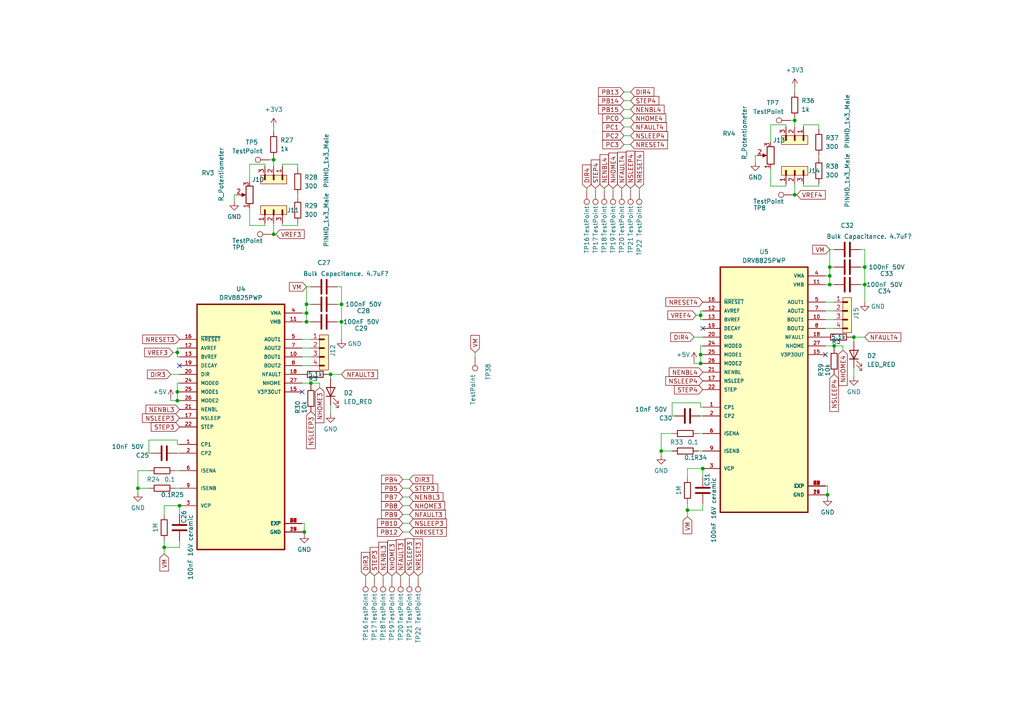
<source format=kicad_sch>
(kicad_sch (version 20230121) (generator eeschema)
  (paper "A4")
  (lib_symbols
    (symbol "Connector:TestPoint" (pin_numbers hide) (pin_names (offset 0.762) hide)
      (property "Reference" "TP" (at 0 6.858 0))
      (property "Value" "TestPoint" (at 0 5.08 0))
      (symbol "TestPoint_0_1"
        (circle (center 0 3.302) (radius 0.762))
      )
      (symbol "TestPoint_1_1"
        (pin passive line (at 0 0 90) (length 2.54) (name "1") (number "1"))
      )
    )
    (symbol "DRV8825PWP:DRV8825PWP" (pin_names (offset 1.016))
      (property "Reference" "U" (at -12.7 36.56 0))
      (property "Value" "DRV8825PWP" (at -12.7 -39.56 0))
      (symbol "DRV8825PWP_0_0"
        (rectangle (start -12.7 -35.56) (end 12.7 35.56) (stroke (width 0.41)) (fill (type background)))
        (pin bidirectional line (at -17.78 -5.08 0) (length 5.08) (name "CP1") (number "1"))
        (pin output line (at 17.78 20.32 180) (length 5.08) (name "BOUT1") (number "10"))
        (pin power_in line (at 17.78 30.48 180) (length 5.08) (name "VMB") (number "11"))
        (pin input line (at -17.78 22.86 0) (length 5.08) (name "AVREF") (number "12"))
        (pin input line (at -17.78 20.32 0) (length 5.08) (name "BVREF") (number "13"))
        (pin power_in line (at 17.78 -30.48 180) (length 5.08) (name "GND") (number "14"))
        (pin output line (at 17.78 10.16 180) (length 5.08) (name "V3P3OUT") (number "15"))
        (pin input line (at -17.78 25.4 0) (length 5.08) (name "~{NRESET}") (number "16"))
        (pin input line (at -17.78 2.54 0) (length 5.08) (name "NSLEEP") (number "17"))
        (pin output line (at 17.78 15.24 180) (length 5.08) (name "NFAULT") (number "18"))
        (pin input line (at -17.78 17.78 0) (length 5.08) (name "DECAY") (number "19"))
        (pin bidirectional line (at -17.78 -7.62 0) (length 5.08) (name "CP2") (number "2"))
        (pin input line (at -17.78 15.24 0) (length 5.08) (name "DIR") (number "20"))
        (pin input line (at -17.78 5.08 0) (length 5.08) (name "NENBL") (number "21"))
        (pin input line (at -17.78 0 0) (length 5.08) (name "STEP") (number "22"))
        (pin input line (at -17.78 12.7 0) (length 5.08) (name "MODE0") (number "24"))
        (pin input line (at -17.78 10.16 0) (length 5.08) (name "MODE1") (number "25"))
        (pin input line (at -17.78 7.62 0) (length 5.08) (name "MODE2") (number "26"))
        (pin output line (at 17.78 12.7 180) (length 5.08) (name "NHOME") (number "27"))
        (pin power_in line (at 17.78 -30.48 180) (length 5.08) (name "GND") (number "28"))
        (pin power_in line (at 17.78 -27.94 180) (length 5.08) (name "EXP") (number "29"))
        (pin bidirectional line (at -17.78 -22.86 0) (length 5.08) (name "VCP") (number "3"))
        (pin power_in line (at 17.78 -27.94 180) (length 5.08) (name "EXP") (number "30"))
        (pin power_in line (at 17.78 -27.94 180) (length 5.08) (name "EXP") (number "31"))
        (pin power_in line (at 17.78 -27.94 180) (length 5.08) (name "EXP") (number "32"))
        (pin power_in line (at 17.78 -27.94 180) (length 5.08) (name "EXP") (number "33"))
        (pin power_in line (at 17.78 -27.94 180) (length 5.08) (name "EXP") (number "34"))
        (pin power_in line (at 17.78 -27.94 180) (length 5.08) (name "EXP") (number "35"))
        (pin power_in line (at 17.78 -27.94 180) (length 5.08) (name "EXP") (number "36"))
        (pin power_in line (at 17.78 -27.94 180) (length 5.08) (name "EXP") (number "37"))
        (pin power_in line (at 17.78 -27.94 180) (length 5.08) (name "EXP") (number "38"))
        (pin power_in line (at 17.78 -27.94 180) (length 5.08) (name "EXP") (number "39"))
        (pin power_in line (at 17.78 33.02 180) (length 5.08) (name "VMA") (number "4"))
        (pin power_in line (at 17.78 -27.94 180) (length 5.08) (name "EXP") (number "40"))
        (pin power_in line (at 17.78 -27.94 180) (length 5.08) (name "EXP") (number "41"))
        (pin power_in line (at 17.78 -27.94 180) (length 5.08) (name "EXP") (number "42"))
        (pin power_in line (at 17.78 -27.94 180) (length 5.08) (name "EXP") (number "43"))
        (pin power_in line (at 17.78 -27.94 180) (length 5.08) (name "EXP") (number "44"))
        (pin power_in line (at 17.78 -27.94 180) (length 5.08) (name "EXP") (number "45"))
        (pin power_in line (at 17.78 -27.94 180) (length 5.08) (name "EXP") (number "46"))
        (pin power_in line (at 17.78 -27.94 180) (length 5.08) (name "EXP") (number "47"))
        (pin power_in line (at 17.78 -27.94 180) (length 5.08) (name "EXP") (number "48"))
        (pin power_in line (at 17.78 -27.94 180) (length 5.08) (name "EXP") (number "49"))
        (pin output line (at 17.78 25.4 180) (length 5.08) (name "AOUT1") (number "5"))
        (pin power_in line (at 17.78 -27.94 180) (length 5.08) (name "EXP") (number "50"))
        (pin bidirectional line (at -17.78 -12.7 0) (length 5.08) (name "ISENA") (number "6"))
        (pin output line (at 17.78 22.86 180) (length 5.08) (name "AOUT2") (number "7"))
        (pin output line (at 17.78 17.78 180) (length 5.08) (name "BOUT2") (number "8"))
        (pin bidirectional line (at -17.78 -17.78 0) (length 5.08) (name "ISENB") (number "9"))
      )
    )
    (symbol "Device:C" (pin_numbers hide) (pin_names (offset 0.254))
      (property "Reference" "C" (at 0.635 2.54 0))
      (property "Value" "C" (at 0.635 -2.54 0))
      (symbol "C_0_1"
        (polyline (pts (xy -2.032 -0.762) (xy 2.032 -0.762)) (stroke (width 0.508)))
        (polyline (pts (xy -2.032 0.762) (xy 2.032 0.762)) (stroke (width 0.508)))
      )
      (symbol "C_1_1"
        (pin passive line (at 0 3.81 270) (length 2.794) (name "~") (number "1"))
        (pin passive line (at 0 -3.81 90) (length 2.794) (name "~") (number "2"))
      )
    )
    (symbol "Device:LED" (pin_numbers hide) (pin_names (offset 1.016) hide)
      (property "Reference" "D" (at 0 2.54 0))
      (property "Value" "LED" (at 0 -2.54 0))
      (symbol "LED_0_1"
        (polyline (pts (xy -1.27 -1.27) (xy -1.27 1.27)) (stroke (width 0.254)))
        (polyline (pts (xy -1.27 0) (xy 1.27 0)))
        (polyline (pts (xy 1.27 -1.27) (xy 1.27 1.27) (xy -1.27 0) (xy 1.27 -1.27)) (stroke (width 0.254)))
        (polyline (pts (xy -3.048 -0.762) (xy -4.572 -2.286) (xy -3.81 -2.286) (xy -4.572 -2.286) (xy -4.572 -1.524)))
        (polyline (pts (xy -1.778 -0.762) (xy -3.302 -2.286) (xy -2.54 -2.286) (xy -3.302 -2.286) (xy -3.302 -1.524)))
      )
      (symbol "LED_1_1"
        (pin passive line (at -3.81 0 0) (length 2.54) (name "K") (number "1"))
        (pin passive line (at 3.81 0 180) (length 2.54) (name "A") (number "2"))
      )
    )
    (symbol "Device:R_Potentiometer" (pin_names (offset 1.016) hide)
      (property "Reference" "RV" (at -4.445 0 90))
      (property "Value" "R_Potentiometer" (at -2.54 0 90))
      (symbol "R_Potentiometer_0_1"
        (polyline (pts (xy 2.54 0) (xy 1.524 0)))
        (polyline (pts (xy 1.143 0) (xy 2.286 0.508) (xy 2.286 -0.508) (xy 1.143 0)) (fill (type outline)))
        (rectangle (start 1.016 2.54) (end -1.016 -2.54) (stroke (width 0.254)))
      )
      (symbol "R_Potentiometer_1_1"
        (pin passive line (at 0 3.81 270) (length 1.27) (name "1") (number "1"))
        (pin passive line (at 3.81 0 180) (length 1.27) (name "2") (number "2"))
        (pin passive line (at 0 -3.81 90) (length 1.27) (name "3") (number "3"))
      )
    )
    (symbol "PCM_SL_Devices:Resistor"
      (property "Reference" "R" (at 0 5.08 0))
      (property "Value" "Resistor" (at 0 2.54 0))
      (symbol "Resistor_0_1"
        (rectangle (start -2.286 0.889) (end 2.286 -0.889) (stroke (width 0.24)))
      )
      (symbol "Resistor_1_1"
        (pin passive line (at -3.81 0 0) (length 1.5) (name "") (number "1"))
        (pin passive line (at 3.81 0 180) (length 1.5) (name "~") (number "2"))
      )
    )
    (symbol "PCM_SL_Pin_Headers:PINHD_1x3_Male"
      (property "Reference" "J" (at 0 7.62 0))
      (property "Value" "PINHD_1x3_Male" (at 0 5.08 0))
      (symbol "PINHD_1x3_Male_0_1"
        (rectangle (start -1.27 3.81) (end 1.27 -3.81) (fill (type background)))
        (polyline (pts (xy -1.27 -2.54) (xy 0 -2.54)) (stroke (width 0.3)))
        (polyline (pts (xy -1.27 -2.54) (xy 0 -2.54)) (stroke (width 0.5)))
        (polyline (pts (xy -1.27 0) (xy 0 0)) (stroke (width 0.3)))
        (polyline (pts (xy -1.27 0) (xy 0 0)) (stroke (width 0.5)))
        (polyline (pts (xy -1.27 2.54) (xy 0 2.54)) (stroke (width 0.3)))
        (polyline (pts (xy -1.27 2.54) (xy 0 2.54)) (stroke (width 0.5)))
      )
      (symbol "PINHD_1x3_Male_1_1"
        (pin passive line (at -3.81 2.54 0) (length 2.54) (name "") (number "1"))
        (pin passive line (at -3.81 0 0) (length 2.54) (name "") (number "2"))
        (pin passive line (at -3.81 -2.54 0) (length 2.54) (name "") (number "3"))
      )
    )
    (symbol "PCM_SL_Pin_Headers:PINHD_1x4_Male"
      (property "Reference" "J" (at 0 8.89 0))
      (property "Value" "PINHD_1x4_Male" (at 0 6.35 0))
      (symbol "PINHD_1x4_Male_0_1"
        (rectangle (start -1.27 5.08) (end 1.27 -5.08) (fill (type background)))
        (polyline (pts (xy -1.27 -3.81) (xy 0 -3.81)) (stroke (width 0.3)))
        (polyline (pts (xy -1.27 -3.81) (xy 0 -3.81)) (stroke (width 0.5)))
        (polyline (pts (xy -1.27 -1.27) (xy 0 -1.27)) (stroke (width 0.3)))
        (polyline (pts (xy -1.27 -1.27) (xy 0 -1.27)) (stroke (width 0.5)))
        (polyline (pts (xy -1.27 1.27) (xy 0 1.27)) (stroke (width 0.3)))
        (polyline (pts (xy -1.27 1.27) (xy 0 1.27)) (stroke (width 0.5)))
        (polyline (pts (xy -1.27 3.81) (xy 0 3.81)) (stroke (width 0.3)))
        (polyline (pts (xy -1.27 3.81) (xy 0 3.81)) (stroke (width 0.5)))
      )
      (symbol "PINHD_1x4_Male_1_1"
        (pin passive line (at -3.81 3.81 0) (length 2.54) (name "") (number "1"))
        (pin passive line (at -3.81 1.27 0) (length 2.54) (name "") (number "2"))
        (pin passive line (at -3.81 -1.27 0) (length 2.54) (name "") (number "3"))
        (pin passive line (at -3.81 -3.81 0) (length 2.54) (name "") (number "4"))
      )
    )
    (symbol "power:+3V3" (power) (pin_names (offset 0))
      (property "Value" "+3V3" (at 0 3.556 0))
      (symbol "+3V3_0_1"
        (polyline (pts (xy -0.762 1.27) (xy 0 2.54)))
        (polyline (pts (xy 0 0) (xy 0 2.54)))
        (polyline (pts (xy 0 2.54) (xy 0.762 1.27)))
      )
      (symbol "+3V3_1_1"
        (pin power_in line (at 0 0 90) (length 0) hide (name "+3V3") (number "1"))
      )
    )
    (symbol "power:+5V" (power) (pin_names (offset 0))
      (property "Value" "+5V" (at 0 3.556 0))
      (symbol "+5V_0_1"
        (polyline (pts (xy -0.762 1.27) (xy 0 2.54)))
        (polyline (pts (xy 0 0) (xy 0 2.54)))
        (polyline (pts (xy 0 2.54) (xy 0.762 1.27)))
      )
      (symbol "+5V_1_1"
        (pin power_in line (at 0 0 90) (length 0) hide (name "+5V") (number "1"))
      )
    )
    (symbol "power:GND" (power) (pin_names (offset 0))
      (property "Value" "GND" (at 0 -3.81 0))
      (symbol "GND_0_1"
        (polyline (pts (xy 0 0) (xy 0 -1.27) (xy 1.27 -1.27) (xy 0 -2.54) (xy -1.27 -1.27) (xy 0 -1.27)))
      )
      (symbol "GND_1_1"
        (pin power_in line (at 0 0 270) (length 0) hide (name "GND") (number "1"))
      )
    )
  )
  (junction (at 230.505 34.925))
  (junction (at 90.17 111.125))
  (junction (at 99.06 88.265))
  (junction (at 47.625 158.75))
  (junction (at 203.2 91.44))
  (junction (at 51.435 102.235))
  (junction (at 52.07 146.685))
  (junction (at 51.435 116.205))
  (junction (at 99.06 93.345))
  (junction (at 240.665 77.47))
  (junction (at 240.665 80.01))
  (junction (at 95.885 108.585))
  (junction (at 51.435 113.665))
  (junction (at 88.9 90.805))
  (junction (at 247.65 97.79))
  (junction (at 40.005 141.605))
  (junction (at 240.03 143.51))
  (junction (at 203.2 105.41))
  (junction (at 79.375 67.945))
  (junction (at 199.39 147.955))
  (junction (at 79.375 46.355))
  (junction (at 191.77 130.81))
  (junction (at 250.825 82.55))
  (junction (at 241.935 100.33))
  (junction (at 203.2 102.87))
  (junction (at 203.835 135.89))
  (junction (at 240.665 82.55))
  (junction (at 88.9 88.265))
  (junction (at 88.9 93.345))
  (junction (at 250.825 77.47))
  (junction (at 230.505 56.515))
  (junction (at 88.265 154.305))
  (no_connect (at 52.07 106.045))
  (no_connect (at 203.835 95.25))
  (no_connect (at 239.395 102.87))
  (no_connect (at 87.63 113.665))
  (wire (pts (xy 241.935 100.33) (xy 241.935 100.965)))
  (wire (pts (xy 233.045 36.83) (xy 233.045 36.195)))
  (wire (pts (xy 47.625 158.75) (xy 47.625 156.845)))
  (wire (pts (xy 88.9 90.805) (xy 87.63 90.805)))
  (wire (pts (xy 230.505 34.29) (xy 230.505 34.925)))
  (wire (pts (xy 199.39 147.955) (xy 203.835 147.955)))
  (wire (pts (xy 87.63 111.125) (xy 90.17 111.125)))
  (wire (pts (xy 108.585 167.64) (xy 108.585 167.005)))
  (wire (pts (xy 250.825 72.39) (xy 250.825 77.47)))
  (wire (pts (xy 237.49 53.975) (xy 237.49 53.34)))
  (wire (pts (xy 81.915 48.26) (xy 81.915 47.625)))
  (wire (pts (xy 87.63 93.345) (xy 88.9 93.345)))
  (wire (pts (xy 78.105 46.355) (xy 79.375 46.355)))
  (wire (pts (xy 239.395 100.33) (xy 241.935 100.33)))
  (wire (pts (xy 180.975 41.91) (xy 182.88 41.91)))
  (wire (pts (xy 250.825 82.55) (xy 250.825 87.63)))
  (wire (pts (xy 95.885 108.585) (xy 95.25 108.585)))
  (wire (pts (xy 116.84 139.065) (xy 118.745 139.065)))
  (wire (pts (xy 240.03 140.97) (xy 239.395 140.97)))
  (wire (pts (xy 86.36 47.625) (xy 86.36 48.895)))
  (wire (pts (xy 229.235 34.925) (xy 230.505 34.925)))
  (wire (pts (xy 86.36 57.15) (xy 86.36 56.515)))
  (wire (pts (xy 51.435 113.665) (xy 52.07 113.665)))
  (wire (pts (xy 79.375 64.77) (xy 79.375 67.945)))
  (wire (pts (xy 81.915 64.77) (xy 81.915 65.405)))
  (wire (pts (xy 88.265 151.765) (xy 87.63 151.765)))
  (wire (pts (xy 237.49 36.195) (xy 237.49 37.465)))
  (wire (pts (xy 121.285 167.64) (xy 121.285 167.005)))
  (wire (pts (xy 240.665 82.55) (xy 241.935 82.55)))
  (wire (pts (xy 180.975 31.75) (xy 182.88 31.75)))
  (wire (pts (xy 203.2 90.17) (xy 203.2 91.44)))
  (wire (pts (xy 90.17 88.265) (xy 88.9 88.265)))
  (wire (pts (xy 52.07 158.75) (xy 52.07 156.845)))
  (wire (pts (xy 203.835 138.43) (xy 203.835 135.89)))
  (wire (pts (xy 203.2 118.11) (xy 203.2 116.84)))
  (wire (pts (xy 203.2 91.44) (xy 201.93 91.44)))
  (wire (pts (xy 202.565 130.81) (xy 203.835 130.81)))
  (wire (pts (xy 223.52 53.975) (xy 227.965 53.975)))
  (wire (pts (xy 88.9 88.265) (xy 88.9 90.805)))
  (wire (pts (xy 203.2 105.41) (xy 203.835 105.41)))
  (wire (pts (xy 240.03 143.51) (xy 239.395 143.51)))
  (wire (pts (xy 49.53 116.205) (xy 51.435 116.205)))
  (wire (pts (xy 230.505 53.34) (xy 230.505 56.515)))
  (wire (pts (xy 88.265 154.94) (xy 88.265 154.305)))
  (wire (pts (xy 203.835 118.11) (xy 203.2 118.11)))
  (wire (pts (xy 194.945 120.65) (xy 195.58 120.65)))
  (wire (pts (xy 240.03 143.51) (xy 240.03 140.97)))
  (wire (pts (xy 203.835 147.955) (xy 203.835 146.05)))
  (wire (pts (xy 52.07 149.225) (xy 52.07 146.685)))
  (wire (pts (xy 241.935 100.33) (xy 244.475 100.33)))
  (wire (pts (xy 240.665 77.47) (xy 240.665 80.01)))
  (wire (pts (xy 76.835 65.405) (xy 76.835 64.77)))
  (wire (pts (xy 203.2 92.71) (xy 203.835 92.71)))
  (wire (pts (xy 116.84 141.605) (xy 118.745 141.605)))
  (wire (pts (xy 47.625 160.655) (xy 47.625 158.75)))
  (wire (pts (xy 172.72 55.245) (xy 172.72 54.61)))
  (wire (pts (xy 49.53 108.585) (xy 52.07 108.585)))
  (wire (pts (xy 233.045 36.195) (xy 237.49 36.195)))
  (wire (pts (xy 86.36 65.405) (xy 86.36 64.77)))
  (wire (pts (xy 219.075 46.99) (xy 219.075 45.085)))
  (wire (pts (xy 191.77 130.81) (xy 194.945 130.81)))
  (wire (pts (xy 241.935 92.71) (xy 239.395 92.71)))
  (wire (pts (xy 52.07 100.965) (xy 51.435 100.965)))
  (wire (pts (xy 51.435 100.965) (xy 51.435 102.235)))
  (wire (pts (xy 247.65 97.79) (xy 247.65 99.06)))
  (wire (pts (xy 203.2 100.33) (xy 203.2 102.87)))
  (wire (pts (xy 52.07 128.905) (xy 51.435 128.905)))
  (wire (pts (xy 180.975 36.83) (xy 182.88 36.83)))
  (wire (pts (xy 92.71 111.125) (xy 92.71 112.395)))
  (wire (pts (xy 51.435 131.445) (xy 52.07 131.445)))
  (wire (pts (xy 202.565 125.73) (xy 203.835 125.73)))
  (wire (pts (xy 47.625 158.75) (xy 52.07 158.75)))
  (wire (pts (xy 201.295 105.41) (xy 203.2 105.41)))
  (wire (pts (xy 88.9 93.345) (xy 90.17 93.345)))
  (wire (pts (xy 72.39 47.625) (xy 76.835 47.625)))
  (wire (pts (xy 230.505 25.4) (xy 230.505 26.67)))
  (wire (pts (xy 51.435 103.505) (xy 52.07 103.505)))
  (wire (pts (xy 199.39 135.89) (xy 203.835 135.89)))
  (wire (pts (xy 223.52 48.895) (xy 223.52 53.975)))
  (wire (pts (xy 233.045 53.975) (xy 237.49 53.975)))
  (wire (pts (xy 95.885 117.475) (xy 95.885 120.015)))
  (wire (pts (xy 51.435 111.125) (xy 52.07 111.125)))
  (wire (pts (xy 99.06 83.185) (xy 97.79 83.185)))
  (wire (pts (xy 137.795 103.505) (xy 137.795 102.235)))
  (wire (pts (xy 51.435 102.235) (xy 50.165 102.235)))
  (wire (pts (xy 170.18 55.245) (xy 170.18 54.61)))
  (wire (pts (xy 199.39 149.86) (xy 199.39 147.955)))
  (wire (pts (xy 203.2 100.33) (xy 203.835 100.33)))
  (wire (pts (xy 199.39 138.43) (xy 199.39 135.89)))
  (wire (pts (xy 40.005 136.525) (xy 40.005 141.605)))
  (wire (pts (xy 203.2 91.44) (xy 203.2 92.71)))
  (wire (pts (xy 90.17 106.045) (xy 87.63 106.045)))
  (wire (pts (xy 79.375 45.72) (xy 79.375 46.355)))
  (wire (pts (xy 239.395 82.55) (xy 240.665 82.55)))
  (wire (pts (xy 177.8 55.245) (xy 177.8 54.61)))
  (wire (pts (xy 49.53 116.205) (xy 49.53 115.57)))
  (wire (pts (xy 99.06 83.185) (xy 99.06 88.265)))
  (wire (pts (xy 79.375 36.83) (xy 79.375 38.1)))
  (wire (pts (xy 180.975 29.21) (xy 182.88 29.21)))
  (wire (pts (xy 240.665 80.01) (xy 240.665 82.55)))
  (wire (pts (xy 67.945 56.515) (xy 68.58 56.515)))
  (wire (pts (xy 51.435 128.905) (xy 51.435 127.635)))
  (wire (pts (xy 90.17 111.125) (xy 92.71 111.125)))
  (wire (pts (xy 79.375 46.355) (xy 79.375 48.26)))
  (wire (pts (xy 191.77 125.73) (xy 194.945 125.73)))
  (wire (pts (xy 203.2 102.87) (xy 203.835 102.87)))
  (wire (pts (xy 203.835 90.17) (xy 203.2 90.17)))
  (wire (pts (xy 90.17 98.425) (xy 87.63 98.425)))
  (wire (pts (xy 194.945 120.65) (xy 194.945 116.84)))
  (wire (pts (xy 240.03 144.145) (xy 240.03 143.51)))
  (wire (pts (xy 191.77 125.73) (xy 191.77 130.81)))
  (wire (pts (xy 250.825 77.47) (xy 250.825 82.55)))
  (wire (pts (xy 72.39 65.405) (xy 76.835 65.405)))
  (wire (pts (xy 51.435 113.665) (xy 51.435 116.205)))
  (wire (pts (xy 88.9 90.805) (xy 88.9 93.345)))
  (wire (pts (xy 116.84 146.685) (xy 118.745 146.685)))
  (wire (pts (xy 99.06 108.585) (xy 95.885 108.585)))
  (wire (pts (xy 230.505 34.925) (xy 230.505 36.83)))
  (wire (pts (xy 247.65 97.79) (xy 247.015 97.79)))
  (wire (pts (xy 247.65 106.68) (xy 247.65 109.22)))
  (wire (pts (xy 43.18 127.635) (xy 51.435 127.635)))
  (wire (pts (xy 249.555 82.55) (xy 250.825 82.55)))
  (wire (pts (xy 223.52 41.275) (xy 223.52 36.195)))
  (wire (pts (xy 227.965 36.83) (xy 227.965 36.195)))
  (wire (pts (xy 90.17 83.185) (xy 88.9 83.185)))
  (wire (pts (xy 111.125 167.64) (xy 111.125 167.005)))
  (wire (pts (xy 50.8 136.525) (xy 52.07 136.525)))
  (wire (pts (xy 50.8 141.605) (xy 52.07 141.605)))
  (wire (pts (xy 47.625 149.225) (xy 47.625 146.685)))
  (wire (pts (xy 67.945 58.42) (xy 67.945 56.515)))
  (wire (pts (xy 90.17 103.505) (xy 87.63 103.505)))
  (wire (pts (xy 40.005 141.605) (xy 43.18 141.605)))
  (wire (pts (xy 203.2 102.87) (xy 203.2 105.41)))
  (wire (pts (xy 240.665 72.39) (xy 240.665 77.47)))
  (wire (pts (xy 51.435 102.235) (xy 51.435 103.505)))
  (wire (pts (xy 88.9 83.185) (xy 88.9 88.265)))
  (wire (pts (xy 180.975 34.29) (xy 182.88 34.29)))
  (wire (pts (xy 88.265 154.305) (xy 88.265 151.765)))
  (wire (pts (xy 51.435 111.125) (xy 51.435 113.665)))
  (wire (pts (xy 88.265 154.305) (xy 87.63 154.305)))
  (wire (pts (xy 97.79 93.345) (xy 99.06 93.345)))
  (wire (pts (xy 81.915 65.405) (xy 86.36 65.405)))
  (wire (pts (xy 249.555 77.47) (xy 250.825 77.47)))
  (wire (pts (xy 99.06 93.345) (xy 99.06 98.425)))
  (wire (pts (xy 72.39 60.325) (xy 72.39 65.405)))
  (wire (pts (xy 231.14 56.515) (xy 230.505 56.515)))
  (wire (pts (xy 116.205 167.64) (xy 116.205 167.005)))
  (wire (pts (xy 40.005 141.605) (xy 40.005 142.875)))
  (wire (pts (xy 47.625 146.685) (xy 52.07 146.685)))
  (wire (pts (xy 76.835 48.26) (xy 76.835 47.625)))
  (wire (pts (xy 90.17 100.965) (xy 87.63 100.965)))
  (wire (pts (xy 250.825 72.39) (xy 249.555 72.39)))
  (wire (pts (xy 99.06 88.265) (xy 99.06 93.345)))
  (wire (pts (xy 241.935 90.17) (xy 239.395 90.17)))
  (wire (pts (xy 81.915 47.625) (xy 86.36 47.625)))
  (wire (pts (xy 116.84 149.225) (xy 118.745 149.225)))
  (wire (pts (xy 90.17 111.125) (xy 90.17 111.76)))
  (wire (pts (xy 199.39 147.955) (xy 199.39 146.05)))
  (wire (pts (xy 241.935 77.47) (xy 240.665 77.47)))
  (wire (pts (xy 97.79 88.265) (xy 99.06 88.265)))
  (wire (pts (xy 40.005 136.525) (xy 43.18 136.525)))
  (wire (pts (xy 113.665 167.64) (xy 113.665 167.005)))
  (wire (pts (xy 194.945 116.84) (xy 203.2 116.84)))
  (wire (pts (xy 240.665 80.01) (xy 239.395 80.01)))
  (wire (pts (xy 237.49 45.72) (xy 237.49 45.085)))
  (wire (pts (xy 118.745 167.64) (xy 118.745 167.005)))
  (wire (pts (xy 229.87 56.515) (xy 230.505 56.515)))
  (wire (pts (xy 106.045 167.64) (xy 106.045 167.005)))
  (wire (pts (xy 201.295 97.79) (xy 203.835 97.79)))
  (wire (pts (xy 185.42 55.245) (xy 185.42 54.61)))
  (wire (pts (xy 43.18 131.445) (xy 43.18 127.635)))
  (wire (pts (xy 116.84 154.305) (xy 118.745 154.305)))
  (wire (pts (xy 219.075 45.085) (xy 219.71 45.085)))
  (wire (pts (xy 182.88 55.245) (xy 182.88 54.61)))
  (wire (pts (xy 116.84 144.145) (xy 118.745 144.145)))
  (wire (pts (xy 241.935 87.63) (xy 239.395 87.63)))
  (wire (pts (xy 227.965 53.975) (xy 227.965 53.34)))
  (wire (pts (xy 223.52 36.195) (xy 227.965 36.195)))
  (wire (pts (xy 191.77 130.81) (xy 191.77 132.08)))
  (wire (pts (xy 51.435 116.205) (xy 52.07 116.205)))
  (wire (pts (xy 244.475 100.33) (xy 244.475 101.6)))
  (wire (pts (xy 250.825 97.79) (xy 247.65 97.79)))
  (wire (pts (xy 175.26 55.245) (xy 175.26 54.61)))
  (wire (pts (xy 203.2 120.65) (xy 203.835 120.65)))
  (wire (pts (xy 95.885 108.585) (xy 95.885 109.855)))
  (wire (pts (xy 180.975 39.37) (xy 182.88 39.37)))
  (wire (pts (xy 180.34 55.245) (xy 180.34 54.61)))
  (wire (pts (xy 241.935 95.25) (xy 239.395 95.25)))
  (wire (pts (xy 180.975 26.67) (xy 182.88 26.67)))
  (wire (pts (xy 116.84 151.765) (xy 118.745 151.765)))
  (wire (pts (xy 78.74 67.945) (xy 79.375 67.945)))
  (wire (pts (xy 233.045 53.34) (xy 233.045 53.975)))
  (wire (pts (xy 72.39 52.705) (xy 72.39 47.625)))
  (wire (pts (xy 80.01 67.945) (xy 79.375 67.945)))
  (wire (pts (xy 201.295 105.41) (xy 201.295 104.775)))
  (wire (pts (xy 241.935 72.39) (xy 240.665 72.39)))
  (wire (pts (xy 43.18 131.445) (xy 43.815 131.445)))
  (global_label "NHOME3" (shape input) (at 113.665 167.005 90) (property "Intersheetrefs" "${INTERSHEET_REFS}" (effects hide)))
  (global_label "NENBL4" (shape input) (at 203.835 107.95 180) (property "Intersheetrefs" "${INTERSHEET_REFS}" (effects hide)))
  (global_label "STEP3" (shape input) (at 52.07 123.825 180) (property "Intersheetrefs" "${INTERSHEET_REFS}" (effects hide)))
  (global_label "NSLEEP3" (shape input) (at 52.07 121.285 180) (property "Intersheetrefs" "${INTERSHEET_REFS}" (effects hide)))
  (global_label "NENBL4" (shape input) (at 182.88 31.75 0) (property "Intersheetrefs" "${INTERSHEET_REFS}" (effects hide)))
  (global_label "NHOME4" (shape input) (at 244.475 101.6 270) (property "Intersheetrefs" "${INTERSHEET_REFS}" (effects hide)))
  (global_label "PB7" (shape input) (at 116.84 144.145 180) (property "Intersheetrefs" "${INTERSHEET_REFS}" (effects hide)))
  (global_label "NSLEEP4" (shape input) (at 182.88 39.37 0) (property "Intersheetrefs" "${INTERSHEET_REFS}" (effects hide)))
  (global_label "PB9" (shape input) (at 116.84 149.225 180) (property "Intersheetrefs" "${INTERSHEET_REFS}" (effects hide)))
  (global_label "NFAULT3" (shape input) (at 99.06 108.585 0) (property "Intersheetrefs" "${INTERSHEET_REFS}" (effects hide)))
  (global_label "VM" (shape input) (at 47.625 160.655 270) (property "Intersheetrefs" "${INTERSHEET_REFS}" (effects hide)))
  (global_label "VREF4" (shape input) (at 231.14 56.515 0) (property "Intersheetrefs" "${INTERSHEET_REFS}" (effects hide)))
  (global_label "VM" (shape input) (at 88.9 83.185 180) (property "Intersheetrefs" "${INTERSHEET_REFS}" (effects hide)))
  (global_label "NHOME4" (shape input) (at 182.88 34.29 0) (property "Intersheetrefs" "${INTERSHEET_REFS}" (effects hide)))
  (global_label "STEP4" (shape input) (at 203.835 113.03 180) (property "Intersheetrefs" "${INTERSHEET_REFS}" (effects hide)))
  (global_label "PB5" (shape input) (at 116.84 141.605 180) (property "Intersheetrefs" "${INTERSHEET_REFS}" (effects hide)))
  (global_label "NSLEEP3" (shape input) (at 118.745 151.765 0) (property "Intersheetrefs" "${INTERSHEET_REFS}" (effects hide)))
  (global_label "NFAULT3" (shape input) (at 116.205 167.005 90) (property "Intersheetrefs" "${INTERSHEET_REFS}" (effects hide)))
  (global_label "STEP3" (shape input) (at 108.585 167.005 90) (property "Intersheetrefs" "${INTERSHEET_REFS}" (effects hide)))
  (global_label "PC2" (shape input) (at 180.975 39.37 180) (property "Intersheetrefs" "${INTERSHEET_REFS}" (effects hide)))
  (global_label "NRESET4" (shape input) (at 185.42 54.61 90) (property "Intersheetrefs" "${INTERSHEET_REFS}" (effects hide)))
  (global_label "NHOME3" (shape input) (at 92.71 112.395 270) (property "Intersheetrefs" "${INTERSHEET_REFS}" (effects hide)))
  (global_label "NSLEEP4" (shape input) (at 182.88 54.61 90) (property "Intersheetrefs" "${INTERSHEET_REFS}" (effects hide)))
  (global_label "VM" (shape input) (at 137.795 102.235 90) (property "Intersheetrefs" "${INTERSHEET_REFS}" (effects hide)))
  (global_label "PB13" (shape input) (at 180.975 26.67 180) (property "Intersheetrefs" "${INTERSHEET_REFS}" (effects hide)))
  (global_label "DIR3" (shape input) (at 49.53 108.585 180) (property "Intersheetrefs" "${INTERSHEET_REFS}" (effects hide)))
  (global_label "NSLEEP4" (shape input) (at 241.935 108.585 270) (property "Intersheetrefs" "${INTERSHEET_REFS}" (effects hide)))
  (global_label "NRESET3" (shape input) (at 118.745 154.305 0) (property "Intersheetrefs" "${INTERSHEET_REFS}" (effects hide)))
  (global_label "VREF3" (shape input) (at 50.165 102.235 180) (property "Intersheetrefs" "${INTERSHEET_REFS}" (effects hide)))
  (global_label "NFAULT4" (shape input) (at 180.34 54.61 90) (property "Intersheetrefs" "${INTERSHEET_REFS}" (effects hide)))
  (global_label "PB12" (shape input) (at 116.84 154.305 180) (property "Intersheetrefs" "${INTERSHEET_REFS}" (effects hide)))
  (global_label "PB10" (shape input) (at 116.84 151.765 180) (property "Intersheetrefs" "${INTERSHEET_REFS}" (effects hide)))
  (global_label "NSLEEP3" (shape input) (at 90.17 119.38 270) (property "Intersheetrefs" "${INTERSHEET_REFS}" (effects hide)))
  (global_label "DIR4" (shape input) (at 170.18 54.61 90) (property "Intersheetrefs" "${INTERSHEET_REFS}" (effects hide)))
  (global_label "PC1" (shape input) (at 180.975 36.83 180) (property "Intersheetrefs" "${INTERSHEET_REFS}" (effects hide)))
  (global_label "PC0" (shape input) (at 180.975 34.29 180) (property "Intersheetrefs" "${INTERSHEET_REFS}" (effects hide)))
  (global_label "NSLEEP3" (shape input) (at 118.745 167.005 90) (property "Intersheetrefs" "${INTERSHEET_REFS}" (effects hide)))
  (global_label "NENBL3" (shape input) (at 118.745 144.145 0) (property "Intersheetrefs" "${INTERSHEET_REFS}" (effects hide)))
  (global_label "DIR4" (shape input) (at 182.88 26.67 0) (property "Intersheetrefs" "${INTERSHEET_REFS}" (effects hide)))
  (global_label "DIR3" (shape input) (at 106.045 167.005 90) (property "Intersheetrefs" "${INTERSHEET_REFS}" (effects hide)))
  (global_label "NENBL3" (shape input) (at 111.125 167.005 90) (property "Intersheetrefs" "${INTERSHEET_REFS}" (effects hide)))
  (global_label "VREF4" (shape input) (at 201.93 91.44 180) (property "Intersheetrefs" "${INTERSHEET_REFS}" (effects hide)))
  (global_label "PC3" (shape input) (at 180.975 41.91 180) (property "Intersheetrefs" "${INTERSHEET_REFS}" (effects hide)))
  (global_label "NFAULT4" (shape input) (at 182.88 36.83 0) (property "Intersheetrefs" "${INTERSHEET_REFS}" (effects hide)))
  (global_label "VREF3" (shape input) (at 80.01 67.945 0) (property "Intersheetrefs" "${INTERSHEET_REFS}" (effects hide)))
  (global_label "NFAULT4" (shape input) (at 250.825 97.79 0) (property "Intersheetrefs" "${INTERSHEET_REFS}" (effects hide)))
  (global_label "PB14" (shape input) (at 180.975 29.21 180) (property "Intersheetrefs" "${INTERSHEET_REFS}" (effects hide)))
  (global_label "STEP4" (shape input) (at 182.88 29.21 0) (property "Intersheetrefs" "${INTERSHEET_REFS}" (effects hide)))
  (global_label "NRESET4" (shape input) (at 182.88 41.91 0) (property "Intersheetrefs" "${INTERSHEET_REFS}" (effects hide)))
  (global_label "NHOME3" (shape input) (at 118.745 146.685 0) (property "Intersheetrefs" "${INTERSHEET_REFS}" (effects hide)))
  (global_label "NENBL4" (shape input) (at 175.26 54.61 90) (property "Intersheetrefs" "${INTERSHEET_REFS}" (effects hide)))
  (global_label "VM" (shape input) (at 240.665 72.39 180) (property "Intersheetrefs" "${INTERSHEET_REFS}" (effects hide)))
  (global_label "NRESET3" (shape input) (at 121.285 167.005 90) (property "Intersheetrefs" "${INTERSHEET_REFS}" (effects hide)))
  (global_label "STEP4" (shape input) (at 172.72 54.61 90) (property "Intersheetrefs" "${INTERSHEET_REFS}" (effects hide)))
  (global_label "PB4" (shape input) (at 116.84 139.065 180) (property "Intersheetrefs" "${INTERSHEET_REFS}" (effects hide)))
  (global_label "DIR4" (shape input) (at 201.295 97.79 180) (property "Intersheetrefs" "${INTERSHEET_REFS}" (effects hide)))
  (global_label "DIR3" (shape input) (at 118.745 139.065 0) (property "Intersheetrefs" "${INTERSHEET_REFS}" (effects hide)))
  (global_label "PB8" (shape input) (at 116.84 146.685 180) (property "Intersheetrefs" "${INTERSHEET_REFS}" (effects hide)))
  (global_label "PB15" (shape input) (at 180.975 31.75 180) (property "Intersheetrefs" "${INTERSHEET_REFS}" (effects hide)))
  (global_label "STEP3" (shape input) (at 118.745 141.605 0) (property "Intersheetrefs" "${INTERSHEET_REFS}" (effects hide)))
  (global_label "NRESET4" (shape input) (at 203.835 87.63 180) (property "Intersheetrefs" "${INTERSHEET_REFS}" (effects hide)))
  (global_label "NSLEEP4" (shape input) (at 203.835 110.49 180) (property "Intersheetrefs" "${INTERSHEET_REFS}" (effects hide)))
  (global_label "NFAULT3" (shape input) (at 118.745 149.225 0) (property "Intersheetrefs" "${INTERSHEET_REFS}" (effects hide)))
  (global_label "VM" (shape input) (at 199.39 149.86 270) (property "Intersheetrefs" "${INTERSHEET_REFS}" (effects hide)))
  (global_label "NRESET3" (shape input) (at 52.07 98.425 180) (property "Intersheetrefs" "${INTERSHEET_REFS}" (effects hide)))
  (global_label "NHOME4" (shape input) (at 177.8 54.61 90) (property "Intersheetrefs" "${INTERSHEET_REFS}" (effects hide)))
  (global_label "NENBL3" (shape input) (at 52.07 118.745 180) (property "Intersheetrefs" "${INTERSHEET_REFS}" (effects hide)))
  (symbol (lib_id "Connector:TestPoint") (at 137.795 103.505 180) (unit 1)
    (property "Reference" "TP38" (at 141.605 105.41 90) (effects (justify left)))
    (property "Value" "TestPoint" (at 137.16 108.585 90) (effects (justify left)))
    (property "Footprint" "TestPoint:TestPoint_Pad_D2.5mm" (effects hide))
    (instances (project "Doodle Drive" (path "" (reference "TP38") (unit 1)) (path "" (reference "TP40") (unit 1))))
  )
  (symbol (lib_id "Connector:TestPoint") (at 229.235 34.925 90) (unit 1)
    (property "Reference" "TP7" (at 224.155 29.845 90))
    (property "Value" "TestPoint" (at 222.885 32.385 90))
    (property "Footprint" "TestPoint:TestPoint_Pad_D2.5mm" (effects hide))
  )
  (symbol (lib_id "power:GND") (at 250.825 87.63 0) (unit 1)
    (property "Reference" "#PWR061" (effects hide))
    (property "Value" "GND" (at 254.635 88.9 0))
  )
  (symbol (lib_id "Device:R_Potentiometer") (at 223.52 45.085 180) (unit 1)
    (property "Reference" "RV4" (at 209.55 38.735 0) (effects (justify right)))
    (property "Value" "R_Potentiometer" (at 215.9 46.355 90) (effects (justify right)))
  )
  (symbol (lib_id "Connector:TestPoint") (at 78.74 67.945 90) (unit 1)
    (property "Reference" "TP6" (at 69.215 71.755 90))
    (property "Value" "TestPoint" (at 71.755 69.85 90))
    (property "Footprint" "TestPoint:TestPoint_Pad_D2.5mm" (effects hide))
  )
  (symbol (lib_id "Device:C") (at 199.39 120.65 270) (unit 1)
    (property "Reference" "C30" (at 191.135 121.285 90) (effects (justify left)))
    (property "Value" "10nF 50V" (at 184.15 118.745 90) (effects (justify left)))
    (property "Footprint" "Capacitor_SMD:C_0805_2012Metric" (effects hide))
  )
  (symbol (lib_id "Device:C") (at 93.98 83.185 270) (unit 1)
    (property "Reference" "C27" (at 93.98 76.2 90))
    (property "Value" "Bulk Capacitance. 4.7uF?" (at 100.33 79.375 90))
    (property "Footprint" "Capacitor_SMD:C_0805_2012Metric" (effects hide))
  )
  (symbol (lib_id "PCM_SL_Pin_Headers:PINHD_1x4_Male") (at 245.745 91.44 0) (unit 1)
    (property "Reference" "J15" (at 248.285 92.71 90) (effects (justify left)))
    (property "Value" "PINHD_1x4_Male" (effects hide))
    (property "Footprint" "Connector_PinHeader_2.54mm:PinHeader_1x04_P2.54mm_Vertical" (effects hide))
  )
  (symbol (lib_id "PCM_SL_Devices:Resistor") (at 243.205 97.79 180) (unit 1)
    (property "Reference" "R3" (at 242.57 99.06 0))
    (property "Value" "5.1k" (at 243.205 97.79 0))
    (property "Footprint" "Resistor_SMD:R_0805_2012Metric" (effects hide))
    (instances (project "Doodle Drive" (path "" (reference "R3") (unit 1)) (path "" (reference "R40") (unit 1))))
  )
  (symbol (lib_id "power:GND") (at 191.77 132.08 0) (unit 1)
    (property "Reference" "#PWR055" (effects hide))
    (property "Value" "GND" (at 191.77 136.525 0))
  )
  (symbol (lib_id "Device:C") (at 245.745 82.55 90) (unit 1)
    (property "Reference" "C34" (at 256.54 84.455 90))
    (property "Value" "100nF 50V" (at 256.54 82.55 90))
    (property "Footprint" "Capacitor_SMD:C_0805_2012Metric" (effects hide))
  )
  (symbol (lib_id "Device:C") (at 93.98 88.265 90) (unit 1)
    (property "Reference" "C28" (at 105.41 90.17 90))
    (property "Value" "100nF 50V" (at 105.41 88.265 90))
    (property "Footprint" "Capacitor_SMD:C_0805_2012Metric" (effects hide))
  )
  (symbol (lib_id "PCM_SL_Devices:Resistor") (at 237.49 41.275 90) (unit 1)
    (property "Reference" "R37" (at 239.395 40.005 90) (effects (justify right)))
    (property "Value" "300" (at 239.395 42.545 90) (effects (justify right)))
    (property "Footprint" "Resistor_SMD:R_0805_2012Metric" (effects hide))
  )
  (symbol (lib_id "Connector:TestPoint") (at 113.665 167.64 180) (unit 1)
    (property "Reference" "TP19" (at 113.665 183.515 90))
    (property "Value" "TestPoint" (at 113.665 176.53 90))
    (property "Footprint" "TestPoint:TestPoint_Pad_D2.5mm" (effects hide))
    (instances (project "Doodle Drive" (path "" (reference "TP19") (unit 1)) (path "" (reference "TP26") (unit 1))))
  )
  (symbol (lib_id "Connector:TestPoint") (at 118.745 167.64 180) (unit 1)
    (property "Reference" "TP21" (at 118.745 183.515 90))
    (property "Value" "TestPoint" (at 118.745 176.53 90))
    (property "Footprint" "TestPoint:TestPoint_Pad_D2.5mm" (effects hide))
    (instances (project "Doodle Drive" (path "" (reference "TP21") (unit 1)) (path "" (reference "TP28") (unit 1))))
  )
  (symbol (lib_id "PCM_SL_Devices:Resistor") (at 198.755 125.73 180) (unit 1)
    (property "Reference" "R33" (at 194.31 128.27 0) (effects (justify right)))
    (property "Value" "0.1" (at 199.39 128.27 0) (effects (justify right)))
    (property "Footprint" "Resistor_SMD:R_0805_2012Metric" (effects hide))
  )
  (symbol (lib_id "Connector:TestPoint") (at 121.285 167.64 180) (unit 1)
    (property "Reference" "TP22" (at 121.285 184.15 90))
    (property "Value" "TestPoint" (at 121.285 176.53 90))
    (property "Footprint" "TestPoint:TestPoint_Pad_D2.5mm" (effects hide))
    (instances (project "Doodle Drive" (path "" (reference "TP22") (unit 1)) (path "" (reference "TP29") (unit 1))))
  )
  (symbol (lib_id "power:GND") (at 40.005 142.875 0) (unit 1)
    (property "Reference" "#PWR048" (effects hide))
    (property "Value" "GND" (at 40.005 147.32 0))
  )
  (symbol (lib_id "PCM_SL_Devices:Resistor") (at 241.935 104.775 90) (unit 1)
    (property "Reference" "R39" (at 238.125 107.315 0))
    (property "Value" "10k" (at 240.03 107.315 0))
    (property "Footprint" "Resistor_SMD:R_0805_2012Metric" (effects hide))
  )
  (symbol (lib_id "PCM_SL_Devices:Resistor") (at 199.39 142.24 270) (unit 1)
    (property "Reference" "R35" (effects hide))
    (property "Value" "1M" (at 196.85 142.24 0))
    (property "Footprint" "Resistor_SMD:R_0805_2012Metric" (effects hide))
  )
  (symbol (lib_id "power:GND") (at 240.03 144.145 0) (unit 1)
    (property "Reference" "#PWR059" (effects hide))
    (property "Value" "GND" (at 240.03 148.59 0))
  )
  (symbol (lib_id "Connector:TestPoint") (at 106.045 167.64 180) (unit 1)
    (property "Reference" "TP16" (at 106.045 183.515 90))
    (property "Value" "TestPoint" (at 106.045 176.53 90))
    (property "Footprint" "TestPoint:TestPoint_Pad_D2.5mm" (effects hide))
    (instances (project "Doodle Drive" (path "" (reference "TP16") (unit 1)) (path "" (reference "TP23") (unit 1))))
  )
  (symbol (lib_id "Connector:TestPoint") (at 175.26 55.245 180) (unit 1)
    (property "Reference" "TP18" (at 175.26 71.12 90))
    (property "Value" "TestPoint" (at 175.26 64.135 90))
    (property "Footprint" "TestPoint:TestPoint_Pad_D2.5mm" (effects hide))
    (instances (project "Doodle Drive" (path "" (reference "TP18") (unit 1)) (path "" (reference "TP32") (unit 1))))
  )
  (symbol (lib_id "PCM_SL_Devices:Resistor") (at 47.625 153.035 270) (unit 1)
    (property "Reference" "R26" (effects hide))
    (property "Value" "1M" (at 45.085 153.035 0))
    (property "Footprint" "Resistor_SMD:R_0805_2012Metric" (effects hide))
  )
  (symbol (lib_id "power:GND") (at 88.265 154.94 0) (unit 1)
    (property "Reference" "#PWR052" (effects hide))
    (property "Value" "GND" (at 88.265 159.385 0))
  )
  (symbol (lib_id "PCM_SL_Devices:Resistor") (at 86.36 52.705 90) (unit 1)
    (property "Reference" "R28" (at 88.265 51.435 90) (effects (justify right)))
    (property "Value" "300" (at 88.265 53.975 90) (effects (justify right)))
    (property "Footprint" "Resistor_SMD:R_0805_2012Metric" (effects hide))
  )
  (symbol (lib_id "Device:C") (at 47.625 131.445 270) (unit 1)
    (property "Reference" "C25" (at 39.37 132.08 90) (effects (justify left)))
    (property "Value" "10nF 50V" (at 32.385 129.54 90) (effects (justify left)))
    (property "Footprint" "Capacitor_SMD:C_0805_2012Metric" (effects hide))
  )
  (symbol (lib_id "PCM_SL_Devices:Resistor") (at 91.44 108.585 180) (unit 1)
    (property "Reference" "R3" (at 90.805 109.855 0))
    (property "Value" "5.1k" (at 91.44 108.585 0))
    (property "Footprint" "Resistor_SMD:R_0805_2012Metric" (effects hide))
    (instances (project "Doodle Drive" (path "" (reference "R3") (unit 1)) (path "" (reference "R31") (unit 1))))
  )
  (symbol (lib_id "Connector:TestPoint") (at 170.18 55.245 180) (unit 1)
    (property "Reference" "TP16" (at 170.18 71.12 90))
    (property "Value" "TestPoint" (at 170.18 64.135 90))
    (property "Footprint" "TestPoint:TestPoint_Pad_D2.5mm" (effects hide))
    (instances (project "Doodle Drive" (path "" (reference "TP16") (unit 1)) (path "" (reference "TP30") (unit 1))))
  )
  (symbol (lib_id "power:+3V3") (at 79.375 36.83 0) (unit 1)
    (property "Reference" "#PWR051" (effects hide))
    (property "Value" "+3V3" (at 79.375 31.75 0))
  )
  (symbol (lib_id "power:GND") (at 99.06 98.425 0) (unit 1)
    (property "Reference" "#PWR054" (effects hide))
    (property "Value" "GND" (at 102.87 99.695 0))
  )
  (symbol (lib_id "Device:LED") (at 95.885 113.665 90) (unit 1)
    (property "Reference" "D2" (at 99.695 113.9825 90) (effects (justify right)))
    (property "Value" "LED_RED" (at 99.695 116.5225 90) (effects (justify right)))
    (property "Footprint" "LED_SMD:LED_0805_2012Metric" (effects hide))
    (instances (project "Doodle Drive" (path "" (reference "D2") (unit 1)) (path "" (reference "D5") (unit 1))))
  )
  (symbol (lib_id "DRV8825PWP:DRV8825PWP") (at 69.85 123.825 0) (unit 1)
    (property "Reference" "U4" (at 69.85 83.82 0))
    (property "Value" "DRV8825PWP" (at 69.85 86.36 0))
    (property "Footprint" "DRV8825PWP:IC_TPS61196PWPRQ1" (effects hide))
    (property "Datasheet" "https://datasheet.lcsc.com/lcsc/1810151711_Texas-Instruments-DRV8825PWPR_C81582.pdf" (effects hide))
    (property "MF" "Texas Instruments" (effects hide))
    (property "MOUSER-PURCHASE-URL" "https://snapeda.com/shop?store=Mouser&id=52585" (effects hide))
    (property "DESCRIPTION" "45-V, 2.5-A bipolar stepper motor driver with current regulation and 1/32 microstepping 28-HTSSOP -40 to 85" (effects hide))
    (property "PACKAGE" "HTSSOP-28 Texas Instruments" (effects hide))
    (property "PRICE" "None" (effects hide))
    (property "Package" "HTSSOP-28 Texas Instruments" (effects hide))
    (property "Check_prices" "https://www.snapeda.com/parts/DRV8825PWP/Texas+Instruments/view-part/?ref=eda" (effects hide))
    (property "TEXAS_INSTRUMENTS-PURCHASE-URL" "https://snapeda.com/shop?store=Texas+Instruments&id=52585" (effects hide))
    (property "Price" "None" (effects hide))
    (property "SnapEDA_Link" "https://www.snapeda.com/parts/DRV8825PWP/Texas+Instruments/view-part/?ref=snap" (effects hide))
    (property "MP" "DRV8825PWP" (effects hide))
    (property "DIGIKEY-PURCHASE-URL" "https://snapeda.com/shop?store=DigiKey&id=52585" (effects hide))
    (property "Purchase-URL" "https://www.snapeda.com/api/url_track_click_mouser/?unipart_id=52585&manufacturer=Texas Instruments&part_name=DRV8825PWP&search_term=None" (effects hide))
    (property "Availability" "In Stock" (effects hide))
    (property "AVAILABILITY" "Good" (effects hide))
    (property "Description" "\n45-V, 2.5-A bipolar stepper motor driver with current regulation and 1/32 microstepping  \n" (effects hide))
  )
  (symbol (lib_id "Device:C") (at 52.07 153.035 180) (unit 1)
    (property "Reference" "C26" (at 53.34 147.955 90) (effects (justify left)))
    (property "Value" "100nF 16V ceramic" (at 55.245 149.225 90) (effects (justify left)))
    (property "Footprint" "Capacitor_SMD:C_01005_0402Metric" (effects hide))
  )
  (symbol (lib_id "Device:C") (at 93.98 93.345 90) (unit 1)
    (property "Reference" "C29" (at 104.775 95.25 90))
    (property "Value" "100nF 50V" (at 104.775 93.345 90))
    (property "Footprint" "Capacitor_SMD:C_0805_2012Metric" (effects hide))
  )
  (symbol (lib_id "Connector:TestPoint") (at 116.205 167.64 180) (unit 1)
    (property "Reference" "TP20" (at 116.205 183.515 90))
    (property "Value" "TestPoint" (at 116.205 176.53 90))
    (property "Footprint" "TestPoint:TestPoint_Pad_D2.5mm" (effects hide))
    (instances (project "Doodle Drive" (path "" (reference "TP20") (unit 1)) (path "" (reference "TP27") (unit 1))))
  )
  (symbol (lib_id "PCM_SL_Pin_Headers:PINHD_1x4_Male") (at 93.98 102.235 0) (unit 1)
    (property "Reference" "J12" (at 96.52 103.505 90) (effects (justify left)))
    (property "Value" "PINHD_1x4_Male" (effects hide))
    (property "Footprint" "Connector_PinHeader_2.54mm:PinHeader_1x04_P2.54mm_Vertical" (effects hide))
  )
  (symbol (lib_id "power:GND") (at 67.945 58.42 0) (unit 1)
    (property "Reference" "#PWR050" (effects hide))
    (property "Value" "GND" (at 67.945 62.865 0))
  )
  (symbol (lib_id "Connector:TestPoint") (at 182.88 55.245 180) (unit 1)
    (property "Reference" "TP21" (at 182.88 71.12 90))
    (property "Value" "TestPoint" (at 182.88 64.135 90))
    (property "Footprint" "TestPoint:TestPoint_Pad_D2.5mm" (effects hide))
    (instances (project "Doodle Drive" (path "" (reference "TP21") (unit 1)) (path "" (reference "TP35") (unit 1))))
  )
  (symbol (lib_id "Connector:TestPoint") (at 229.87 56.515 90) (unit 1)
    (property "Reference" "TP8" (at 220.345 60.325 90))
    (property "Value" "TestPoint" (at 222.885 58.42 90))
    (property "Footprint" "TestPoint:TestPoint_Pad_D2.5mm" (effects hide))
  )
  (symbol (lib_id "power:+5V") (at 49.53 115.57 0) (unit 1)
    (property "Reference" "#PWR049" (effects hide))
    (property "Value" "+5V" (at 46.355 113.665 0))
  )
  (symbol (lib_id "PCM_SL_Devices:Resistor") (at 90.17 115.57 90) (unit 1)
    (property "Reference" "R30" (at 86.36 118.11 0))
    (property "Value" "10k" (at 88.265 118.11 0))
    (property "Footprint" "Resistor_SMD:R_0805_2012Metric" (effects hide))
  )
  (symbol (lib_id "power:+3V3") (at 230.505 25.4 0) (unit 1)
    (property "Reference" "#PWR058" (effects hide))
    (property "Value" "+3V3" (at 230.505 20.32 0))
  )
  (symbol (lib_id "PCM_SL_Devices:Resistor") (at 46.99 136.525 180) (unit 1)
    (property "Reference" "R24" (at 42.545 139.065 0) (effects (justify right)))
    (property "Value" "0.1" (at 47.625 139.065 0) (effects (justify right)))
    (property "Footprint" "Resistor_SMD:R_0805_2012Metric" (effects hide))
  )
  (symbol (lib_id "Device:LED") (at 247.65 102.87 90) (unit 1)
    (property "Reference" "D2" (at 251.46 103.1875 90) (effects (justify right)))
    (property "Value" "LED_RED" (at 251.46 105.7275 90) (effects (justify right)))
    (property "Footprint" "LED_SMD:LED_0805_2012Metric" (effects hide))
    (instances (project "Doodle Drive" (path "" (reference "D2") (unit 1)) (path "" (reference "D6") (unit 1))))
  )
  (symbol (lib_id "Device:C") (at 245.745 72.39 270) (unit 1)
    (property "Reference" "C32" (at 245.745 65.405 90))
    (property "Value" "Bulk Capacitance. 4.7uF?" (at 252.095 68.58 90))
    (property "Footprint" "Capacitor_SMD:C_0805_2012Metric" (effects hide))
  )
  (symbol (lib_id "Device:R_Potentiometer") (at 72.39 56.515 180) (unit 1)
    (property "Reference" "RV3" (at 58.42 50.165 0) (effects (justify right)))
    (property "Value" "R_Potentiometer" (at 64.135 58.42 90) (effects (justify right)))
  )
  (symbol (lib_id "Connector:TestPoint") (at 185.42 55.245 180) (unit 1)
    (property "Reference" "TP22" (at 185.42 71.755 90))
    (property "Value" "TestPoint" (at 185.42 64.135 90))
    (property "Footprint" "TestPoint:TestPoint_Pad_D2.5mm" (effects hide))
    (instances (project "Doodle Drive" (path "" (reference "TP22") (unit 1)) (path "" (reference "TP36") (unit 1))))
  )
  (symbol (lib_id "PCM_SL_Devices:Resistor") (at 86.36 60.96 90) (unit 1)
    (property "Reference" "R29" (at 88.265 59.69 90) (effects (justify right)))
    (property "Value" "300" (at 88.265 62.23 90) (effects (justify right)))
    (property "Footprint" "Resistor_SMD:R_0805_2012Metric" (effects hide))
  )
  (symbol (lib_id "Connector:TestPoint") (at 180.34 55.245 180) (unit 1)
    (property "Reference" "TP20" (at 180.34 71.12 90))
    (property "Value" "TestPoint" (at 180.34 64.135 90))
    (property "Footprint" "TestPoint:TestPoint_Pad_D2.5mm" (effects hide))
    (instances (project "Doodle Drive" (path "" (reference "TP20") (unit 1)) (path "" (reference "TP34") (unit 1))))
  )
  (symbol (lib_id "PCM_SL_Pin_Headers:PINHD_1x3_Male") (at 230.505 40.64 270) (unit 1)
    (property "Reference" "J13" (at 224.155 40.64 90) (effects (justify left)))
    (property "Value" "PINHD_1x3_Male" (at 245.745 27.305 0) (effects (justify left)))
    (property "Footprint" "Connector_PinHeader_2.54mm:PinHeader_1x03_P2.54mm_Vertical" (effects hide))
  )
  (symbol (lib_id "PCM_SL_Pin_Headers:PINHD_1x3_Male") (at 79.375 60.96 90) (unit 1)
    (property "Reference" "J11" (at 83.185 60.96 90) (effects (justify right)))
    (property "Value" "PINHD_1x3_Male" (at 94.615 55.88 0) (effects (justify right)))
    (property "Footprint" "Connector_PinHeader_2.54mm:PinHeader_1x03_P2.54mm_Vertical" (effects hide))
  )
  (symbol (lib_id "PCM_SL_Devices:Resistor") (at 198.755 130.81 0) (unit 1)
    (property "Reference" "R34" (at 203.2 132.715 0))
    (property "Value" "0.1" (at 200.025 132.715 0))
    (property "Footprint" "Resistor_SMD:R_0805_2012Metric" (effects hide))
  )
  (symbol (lib_id "Device:C") (at 203.835 142.24 180) (unit 1)
    (property "Reference" "C31" (at 205.105 137.16 90) (effects (justify left)))
    (property "Value" "100nF 16V ceramic" (at 207.01 138.43 90) (effects (justify left)))
    (property "Footprint" "Capacitor_SMD:C_01005_0402Metric" (effects hide))
  )
  (symbol (lib_id "power:+5V") (at 201.295 104.775 0) (unit 1)
    (property "Reference" "#PWR056" (effects hide))
    (property "Value" "+5V" (at 198.12 102.87 0))
  )
  (symbol (lib_id "Connector:TestPoint") (at 111.125 167.64 180) (unit 1)
    (property "Reference" "TP18" (at 111.125 183.515 90))
    (property "Value" "TestPoint" (at 111.125 176.53 90))
    (property "Footprint" "TestPoint:TestPoint_Pad_D2.5mm" (effects hide))
    (instances (project "Doodle Drive" (path "" (reference "TP18") (unit 1)) (path "" (reference "TP25") (unit 1))))
  )
  (symbol (lib_id "PCM_SL_Devices:Resistor") (at 79.375 41.91 90) (unit 1)
    (property "Reference" "R27" (at 81.28 40.64 90) (effects (justify right)))
    (property "Value" "1k" (at 81.28 43.18 90) (effects (justify right)))
    (property "Footprint" "Resistor_SMD:R_0805_2012Metric" (effects hide))
  )
  (symbol (lib_id "PCM_SL_Devices:Resistor") (at 237.49 49.53 90) (unit 1)
    (property "Reference" "R38" (at 239.395 48.26 90) (effects (justify right)))
    (property "Value" "300" (at 239.395 50.8 90) (effects (justify right)))
    (property "Footprint" "Resistor_SMD:R_0805_2012Metric" (effects hide))
  )
  (symbol (lib_id "PCM_SL_Pin_Headers:PINHD_1x3_Male") (at 230.505 49.53 90) (unit 1)
    (property "Reference" "J14" (at 234.315 49.53 90) (effects (justify right)))
    (property "Value" "PINHD_1x3_Male" (at 245.745 44.45 0) (effects (justify right)))
    (property "Footprint" "Connector_PinHeader_2.54mm:PinHeader_1x03_P2.54mm_Vertical" (effects hide))
  )
  (symbol (lib_id "Connector:TestPoint") (at 108.585 167.64 180) (unit 1)
    (property "Reference" "TP17" (at 108.585 183.515 90))
    (property "Value" "TestPoint" (at 108.585 176.53 90))
    (property "Footprint" "TestPoint:TestPoint_Pad_D2.5mm" (effects hide))
    (instances (project "Doodle Drive" (path "" (reference "TP17") (unit 1)) (path "" (reference "TP24") (unit 1))))
  )
  (symbol (lib_id "PCM_SL_Devices:Resistor") (at 46.99 141.605 0) (unit 1)
    (property "Reference" "R25" (at 51.435 143.51 0))
    (property "Value" "0.1" (at 48.26 143.51 0))
    (property "Footprint" "Resistor_SMD:R_0805_2012Metric" (effects hide))
  )
  (symbol (lib_id "PCM_SL_Pin_Headers:PINHD_1x3_Male") (at 79.375 52.07 270) (unit 1)
    (property "Reference" "J10" (at 73.025 52.07 90) (effects (justify left)))
    (property "Value" "PINHD_1x3_Male" (at 94.615 38.735 0) (effects (justify left)))
    (property "Footprint" "Connector_PinHeader_2.54mm:PinHeader_1x03_P2.54mm_Vertical" (effects hide))
  )
  (symbol (lib_id "PCM_SL_Devices:Resistor") (at 230.505 30.48 90) (unit 1)
    (property "Reference" "R36" (at 232.41 29.21 90) (effects (justify right)))
    (property "Value" "1k" (at 232.41 31.75 90) (effects (justify right)))
    (property "Footprint" "Resistor_SMD:R_0805_2012Metric" (effects hide))
  )
  (symbol (lib_id "power:GND") (at 247.65 109.22 0) (unit 1)
    (property "Reference" "#PWR014" (effects hide))
    (property "Value" "GND" (at 247.65 113.665 0))
    (instances (project "Doodle Drive" (path "" (reference "#PWR014") (unit 1)) (path "" (reference "#PWR060") (unit 1))))
  )
  (symbol (lib_id "Device:C") (at 245.745 77.47 90) (unit 1)
    (property "Reference" "C33" (at 257.175 79.375 90))
    (property "Value" "100nF 50V" (at 257.175 77.47 90))
    (property "Footprint" "Capacitor_SMD:C_0805_2012Metric" (effects hide))
  )
  (symbol (lib_id "DRV8825PWP:DRV8825PWP") (at 221.615 113.03 0) (unit 1)
    (property "Reference" "U5" (at 221.615 73.025 0))
    (property "Value" "DRV8825PWP" (at 221.615 75.565 0))
    (property "Footprint" "DRV8825PWP:IC_TPS61196PWPRQ1" (effects hide))
    (property "Datasheet" "https://datasheet.lcsc.com/lcsc/1810151711_Texas-Instruments-DRV8825PWPR_C81582.pdf" (effects hide))
    (property "MF" "Texas Instruments" (effects hide))
    (property "MOUSER-PURCHASE-URL" "https://snapeda.com/shop?store=Mouser&id=52585" (effects hide))
    (property "DESCRIPTION" "45-V, 2.5-A bipolar stepper motor driver with current regulation and 1/32 microstepping 28-HTSSOP -40 to 85" (effects hide))
    (property "PACKAGE" "HTSSOP-28 Texas Instruments" (effects hide))
    (property "PRICE" "None" (effects hide))
    (property "Package" "HTSSOP-28 Texas Instruments" (effects hide))
    (property "Check_prices" "https://www.snapeda.com/parts/DRV8825PWP/Texas+Instruments/view-part/?ref=eda" (effects hide))
    (property "TEXAS_INSTRUMENTS-PURCHASE-URL" "https://snapeda.com/shop?store=Texas+Instruments&id=52585" (effects hide))
    (property "Price" "None" (effects hide))
    (property "SnapEDA_Link" "https://www.snapeda.com/parts/DRV8825PWP/Texas+Instruments/view-part/?ref=snap" (effects hide))
    (property "MP" "DRV8825PWP" (effects hide))
    (property "DIGIKEY-PURCHASE-URL" "https://snapeda.com/shop?store=DigiKey&id=52585" (effects hide))
    (property "Purchase-URL" "https://www.snapeda.com/api/url_track_click_mouser/?unipart_id=52585&manufacturer=Texas Instruments&part_name=DRV8825PWP&search_term=None" (effects hide))
    (property "Availability" "In Stock" (effects hide))
    (property "AVAILABILITY" "Good" (effects hide))
    (property "Description" "\n45-V, 2.5-A bipolar stepper motor driver with current regulation and 1/32 microstepping  \n" (effects hide))
  )
  (symbol (lib_id "Connector:TestPoint") (at 177.8 55.245 180) (unit 1)
    (property "Reference" "TP19" (at 177.8 71.12 90))
    (property "Value" "TestPoint" (at 177.8 64.135 90))
    (property "Footprint" "TestPoint:TestPoint_Pad_D2.5mm" (effects hide))
    (instances (project "Doodle Drive" (path "" (reference "TP19") (unit 1)) (path "" (reference "TP33") (unit 1))))
  )
  (symbol (lib_id "Connector:TestPoint") (at 78.105 46.355 90) (unit 1)
    (property "Reference" "TP5" (at 73.025 41.275 90))
    (property "Value" "TestPoint" (at 71.755 43.815 90))
    (property "Footprint" "TestPoint:TestPoint_Pad_D2.5mm" (effects hide))
  )
  (symbol (lib_id "power:GND") (at 95.885 120.015 0) (unit 1)
    (property "Reference" "#PWR014" (effects hide))
    (property "Value" "GND" (at 95.885 124.46 0))
    (instances (project "Doodle Drive" (path "" (reference "#PWR014") (unit 1)) (path "" (reference "#PWR053") (unit 1))))
  )
  (symbol (lib_id "power:GND") (at 219.075 46.99 0) (unit 1)
    (property "Reference" "#PWR057" (effects hide))
    (property "Value" "GND" (at 219.075 51.435 0))
  )
  (symbol (lib_id "Connector:TestPoint") (at 172.72 55.245 180) (unit 1)
    (property "Reference" "TP17" (at 172.72 71.12 90))
    (property "Value" "TestPoint" (at 172.72 64.135 90))
    (property "Footprint" "TestPoint:TestPoint_Pad_D2.5mm" (effects hide))
    (instances (project "Doodle Drive" (path "" (reference "TP17") (unit 1)) (path "" (reference "TP31") (unit 1))))
  )
)
</source>
